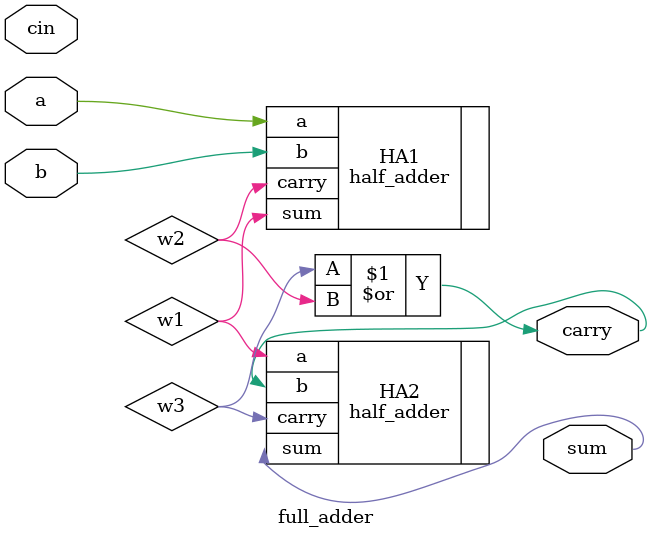
<source format=v>
module full_adder(a,b,cin,sum,carry);
input a,b,cin;
output sum;
output carry ;
wire w1,w2,w3;
half_adder HA1 (.a(a),.b(b),.sum(w1),.carry(w2));
half_adder HA2 (.a(w1),.b(carry),.sum(sum),.carry(w3));
or or1 (carry,w3,w2);
endmodule

</source>
